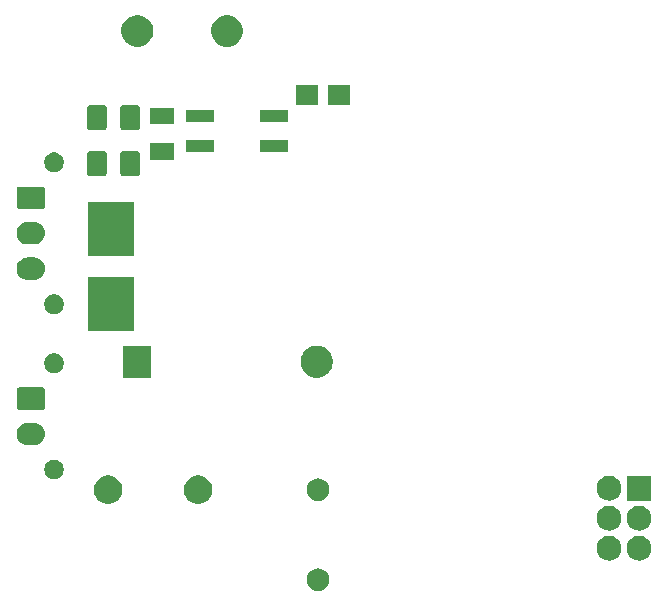
<source format=gbr>
G04 #@! TF.GenerationSoftware,KiCad,Pcbnew,(5.1.6)-1*
G04 #@! TF.CreationDate,2020-07-29T11:18:25+02:00*
G04 #@! TF.ProjectId,loftrelayRound,6c6f6674-7265-46c6-9179-526f756e642e,rev?*
G04 #@! TF.SameCoordinates,Original*
G04 #@! TF.FileFunction,Soldermask,Bot*
G04 #@! TF.FilePolarity,Negative*
%FSLAX46Y46*%
G04 Gerber Fmt 4.6, Leading zero omitted, Abs format (unit mm)*
G04 Created by KiCad (PCBNEW (5.1.6)-1) date 2020-07-29 11:18:25*
%MOMM*%
%LPD*%
G01*
G04 APERTURE LIST*
%ADD10C,0.100000*%
G04 APERTURE END LIST*
D10*
G36*
X147507287Y-139393446D02*
G01*
X147600022Y-139411892D01*
X147774731Y-139484259D01*
X147931964Y-139589319D01*
X148065681Y-139723036D01*
X148170741Y-139880269D01*
X148243108Y-140054978D01*
X148280000Y-140240448D01*
X148280000Y-140429552D01*
X148243108Y-140615022D01*
X148170741Y-140789731D01*
X148065681Y-140946964D01*
X147931964Y-141080681D01*
X147774731Y-141185741D01*
X147600022Y-141258108D01*
X147507287Y-141276554D01*
X147414553Y-141295000D01*
X147225447Y-141295000D01*
X147132713Y-141276554D01*
X147039978Y-141258108D01*
X146865269Y-141185741D01*
X146708036Y-141080681D01*
X146574319Y-140946964D01*
X146469259Y-140789731D01*
X146396892Y-140615022D01*
X146360000Y-140429552D01*
X146360000Y-140240448D01*
X146396892Y-140054978D01*
X146469259Y-139880269D01*
X146574319Y-139723036D01*
X146708036Y-139589319D01*
X146865269Y-139484259D01*
X147039978Y-139411892D01*
X147132713Y-139393446D01*
X147225447Y-139375000D01*
X147414553Y-139375000D01*
X147507287Y-139393446D01*
G37*
G36*
X174626687Y-136623027D02*
G01*
X174804274Y-136658350D01*
X174995362Y-136737502D01*
X175167336Y-136852411D01*
X175313589Y-136998664D01*
X175428498Y-137170638D01*
X175507650Y-137361726D01*
X175548000Y-137564584D01*
X175548000Y-137771416D01*
X175507650Y-137974274D01*
X175428498Y-138165362D01*
X175313589Y-138337336D01*
X175167336Y-138483589D01*
X174995362Y-138598498D01*
X174804274Y-138677650D01*
X174626687Y-138712973D01*
X174601417Y-138718000D01*
X174394583Y-138718000D01*
X174369313Y-138712973D01*
X174191726Y-138677650D01*
X174000638Y-138598498D01*
X173828664Y-138483589D01*
X173682411Y-138337336D01*
X173567502Y-138165362D01*
X173488350Y-137974274D01*
X173448000Y-137771416D01*
X173448000Y-137564584D01*
X173488350Y-137361726D01*
X173567502Y-137170638D01*
X173682411Y-136998664D01*
X173828664Y-136852411D01*
X174000638Y-136737502D01*
X174191726Y-136658350D01*
X174369313Y-136623027D01*
X174394583Y-136618000D01*
X174601417Y-136618000D01*
X174626687Y-136623027D01*
G37*
G36*
X172086687Y-136623027D02*
G01*
X172264274Y-136658350D01*
X172455362Y-136737502D01*
X172627336Y-136852411D01*
X172773589Y-136998664D01*
X172888498Y-137170638D01*
X172967650Y-137361726D01*
X173008000Y-137564584D01*
X173008000Y-137771416D01*
X172967650Y-137974274D01*
X172888498Y-138165362D01*
X172773589Y-138337336D01*
X172627336Y-138483589D01*
X172455362Y-138598498D01*
X172264274Y-138677650D01*
X172086687Y-138712973D01*
X172061417Y-138718000D01*
X171854583Y-138718000D01*
X171829313Y-138712973D01*
X171651726Y-138677650D01*
X171460638Y-138598498D01*
X171288664Y-138483589D01*
X171142411Y-138337336D01*
X171027502Y-138165362D01*
X170948350Y-137974274D01*
X170908000Y-137771416D01*
X170908000Y-137564584D01*
X170948350Y-137361726D01*
X171027502Y-137170638D01*
X171142411Y-136998664D01*
X171288664Y-136852411D01*
X171460638Y-136737502D01*
X171651726Y-136658350D01*
X171829313Y-136623027D01*
X171854583Y-136618000D01*
X172061417Y-136618000D01*
X172086687Y-136623027D01*
G37*
G36*
X172086687Y-134083027D02*
G01*
X172264274Y-134118350D01*
X172455362Y-134197502D01*
X172627336Y-134312411D01*
X172773589Y-134458664D01*
X172888498Y-134630638D01*
X172967650Y-134821726D01*
X173008000Y-135024584D01*
X173008000Y-135231416D01*
X172967650Y-135434274D01*
X172888498Y-135625362D01*
X172773589Y-135797336D01*
X172627336Y-135943589D01*
X172455362Y-136058498D01*
X172264274Y-136137650D01*
X172086687Y-136172973D01*
X172061417Y-136178000D01*
X171854583Y-136178000D01*
X171829313Y-136172973D01*
X171651726Y-136137650D01*
X171460638Y-136058498D01*
X171288664Y-135943589D01*
X171142411Y-135797336D01*
X171027502Y-135625362D01*
X170948350Y-135434274D01*
X170908000Y-135231416D01*
X170908000Y-135024584D01*
X170948350Y-134821726D01*
X171027502Y-134630638D01*
X171142411Y-134458664D01*
X171288664Y-134312411D01*
X171460638Y-134197502D01*
X171651726Y-134118350D01*
X171829313Y-134083027D01*
X171854583Y-134078000D01*
X172061417Y-134078000D01*
X172086687Y-134083027D01*
G37*
G36*
X174626687Y-134083027D02*
G01*
X174804274Y-134118350D01*
X174995362Y-134197502D01*
X175167336Y-134312411D01*
X175313589Y-134458664D01*
X175428498Y-134630638D01*
X175507650Y-134821726D01*
X175548000Y-135024584D01*
X175548000Y-135231416D01*
X175507650Y-135434274D01*
X175428498Y-135625362D01*
X175313589Y-135797336D01*
X175167336Y-135943589D01*
X174995362Y-136058498D01*
X174804274Y-136137650D01*
X174626687Y-136172973D01*
X174601417Y-136178000D01*
X174394583Y-136178000D01*
X174369313Y-136172973D01*
X174191726Y-136137650D01*
X174000638Y-136058498D01*
X173828664Y-135943589D01*
X173682411Y-135797336D01*
X173567502Y-135625362D01*
X173488350Y-135434274D01*
X173448000Y-135231416D01*
X173448000Y-135024584D01*
X173488350Y-134821726D01*
X173567502Y-134630638D01*
X173682411Y-134458664D01*
X173828664Y-134312411D01*
X174000638Y-134197502D01*
X174191726Y-134118350D01*
X174369313Y-134083027D01*
X174394583Y-134078000D01*
X174601417Y-134078000D01*
X174626687Y-134083027D01*
G37*
G36*
X137510026Y-131561115D02*
G01*
X137721202Y-131648587D01*
X137728413Y-131651574D01*
X137860704Y-131739968D01*
X137924955Y-131782899D01*
X138092101Y-131950045D01*
X138223427Y-132146589D01*
X138313885Y-132364974D01*
X138360000Y-132596809D01*
X138360000Y-132833191D01*
X138313885Y-133065026D01*
X138223427Y-133283411D01*
X138223426Y-133283413D01*
X138092101Y-133479955D01*
X137924955Y-133647101D01*
X137728413Y-133778426D01*
X137728412Y-133778427D01*
X137728411Y-133778427D01*
X137510026Y-133868885D01*
X137278191Y-133915000D01*
X137041809Y-133915000D01*
X136809974Y-133868885D01*
X136591589Y-133778427D01*
X136591588Y-133778427D01*
X136591587Y-133778426D01*
X136395045Y-133647101D01*
X136227899Y-133479955D01*
X136096574Y-133283413D01*
X136096573Y-133283411D01*
X136006115Y-133065026D01*
X135960000Y-132833191D01*
X135960000Y-132596809D01*
X136006115Y-132364974D01*
X136096573Y-132146589D01*
X136227899Y-131950045D01*
X136395045Y-131782899D01*
X136459296Y-131739968D01*
X136591587Y-131651574D01*
X136598798Y-131648587D01*
X136809974Y-131561115D01*
X137041809Y-131515000D01*
X137278191Y-131515000D01*
X137510026Y-131561115D01*
G37*
G36*
X129890026Y-131561115D02*
G01*
X130101202Y-131648587D01*
X130108413Y-131651574D01*
X130240704Y-131739968D01*
X130304955Y-131782899D01*
X130472101Y-131950045D01*
X130603427Y-132146589D01*
X130693885Y-132364974D01*
X130740000Y-132596809D01*
X130740000Y-132833191D01*
X130693885Y-133065026D01*
X130603427Y-133283411D01*
X130603426Y-133283413D01*
X130472101Y-133479955D01*
X130304955Y-133647101D01*
X130108413Y-133778426D01*
X130108412Y-133778427D01*
X130108411Y-133778427D01*
X129890026Y-133868885D01*
X129658191Y-133915000D01*
X129421809Y-133915000D01*
X129189974Y-133868885D01*
X128971589Y-133778427D01*
X128971588Y-133778427D01*
X128971587Y-133778426D01*
X128775045Y-133647101D01*
X128607899Y-133479955D01*
X128476574Y-133283413D01*
X128476573Y-133283411D01*
X128386115Y-133065026D01*
X128340000Y-132833191D01*
X128340000Y-132596809D01*
X128386115Y-132364974D01*
X128476573Y-132146589D01*
X128607899Y-131950045D01*
X128775045Y-131782899D01*
X128839296Y-131739968D01*
X128971587Y-131651574D01*
X128978798Y-131648587D01*
X129189974Y-131561115D01*
X129421809Y-131515000D01*
X129658191Y-131515000D01*
X129890026Y-131561115D01*
G37*
G36*
X147502084Y-131772411D02*
G01*
X147600022Y-131791892D01*
X147774731Y-131864259D01*
X147931964Y-131969319D01*
X148065681Y-132103036D01*
X148170741Y-132260269D01*
X148243108Y-132434978D01*
X148280000Y-132620448D01*
X148280000Y-132809552D01*
X148243108Y-132995022D01*
X148170741Y-133169731D01*
X148065681Y-133326964D01*
X147931964Y-133460681D01*
X147774731Y-133565741D01*
X147600022Y-133638108D01*
X147507287Y-133656554D01*
X147414553Y-133675000D01*
X147225447Y-133675000D01*
X147132713Y-133656554D01*
X147039978Y-133638108D01*
X146865269Y-133565741D01*
X146708036Y-133460681D01*
X146574319Y-133326964D01*
X146469259Y-133169731D01*
X146396892Y-132995022D01*
X146360000Y-132809552D01*
X146360000Y-132620448D01*
X146396892Y-132434978D01*
X146469259Y-132260269D01*
X146574319Y-132103036D01*
X146708036Y-131969319D01*
X146865269Y-131864259D01*
X147039978Y-131791892D01*
X147137916Y-131772411D01*
X147225447Y-131755000D01*
X147414553Y-131755000D01*
X147502084Y-131772411D01*
G37*
G36*
X172086687Y-131543027D02*
G01*
X172264274Y-131578350D01*
X172455362Y-131657502D01*
X172627336Y-131772411D01*
X172773589Y-131918664D01*
X172888498Y-132090638D01*
X172967650Y-132281726D01*
X173008000Y-132484584D01*
X173008000Y-132691416D01*
X172967650Y-132894274D01*
X172888498Y-133085362D01*
X172773589Y-133257336D01*
X172627336Y-133403589D01*
X172455362Y-133518498D01*
X172264274Y-133597650D01*
X172086687Y-133632973D01*
X172061417Y-133638000D01*
X171854583Y-133638000D01*
X171829313Y-133632973D01*
X171651726Y-133597650D01*
X171460638Y-133518498D01*
X171288664Y-133403589D01*
X171142411Y-133257336D01*
X171027502Y-133085362D01*
X170948350Y-132894274D01*
X170908000Y-132691416D01*
X170908000Y-132484584D01*
X170948350Y-132281726D01*
X171027502Y-132090638D01*
X171142411Y-131918664D01*
X171288664Y-131772411D01*
X171460638Y-131657502D01*
X171651726Y-131578350D01*
X171829313Y-131543027D01*
X171854583Y-131538000D01*
X172061417Y-131538000D01*
X172086687Y-131543027D01*
G37*
G36*
X175548000Y-133638000D02*
G01*
X173448000Y-133638000D01*
X173448000Y-131538000D01*
X175548000Y-131538000D01*
X175548000Y-133638000D01*
G37*
G36*
X125203559Y-130197088D02*
G01*
X125355519Y-130260032D01*
X125355521Y-130260033D01*
X125492281Y-130351413D01*
X125608587Y-130467719D01*
X125699968Y-130604481D01*
X125762912Y-130756441D01*
X125795000Y-130917758D01*
X125795000Y-131082242D01*
X125762912Y-131243559D01*
X125699968Y-131395519D01*
X125699967Y-131395521D01*
X125608587Y-131532281D01*
X125492281Y-131648587D01*
X125355521Y-131739967D01*
X125355520Y-131739968D01*
X125355519Y-131739968D01*
X125203559Y-131802912D01*
X125042242Y-131835000D01*
X124877758Y-131835000D01*
X124716441Y-131802912D01*
X124564481Y-131739968D01*
X124564480Y-131739968D01*
X124564479Y-131739967D01*
X124427719Y-131648587D01*
X124311413Y-131532281D01*
X124220033Y-131395521D01*
X124220032Y-131395519D01*
X124157088Y-131243559D01*
X124125000Y-131082242D01*
X124125000Y-130917758D01*
X124157088Y-130756441D01*
X124220032Y-130604481D01*
X124311413Y-130467719D01*
X124427719Y-130351413D01*
X124564479Y-130260033D01*
X124564481Y-130260032D01*
X124716441Y-130197088D01*
X124877758Y-130165000D01*
X125042242Y-130165000D01*
X125203559Y-130197088D01*
G37*
G36*
X123376448Y-127056873D02*
G01*
X123446232Y-127063746D01*
X123535770Y-127090907D01*
X123625309Y-127118068D01*
X123713523Y-127165220D01*
X123790345Y-127206282D01*
X123790347Y-127206283D01*
X123790346Y-127206283D01*
X123935002Y-127324998D01*
X124053717Y-127469654D01*
X124141932Y-127634691D01*
X124196254Y-127813769D01*
X124214596Y-128000000D01*
X124196254Y-128186231D01*
X124141932Y-128365309D01*
X124053717Y-128530346D01*
X123935002Y-128675002D01*
X123803315Y-128783073D01*
X123790345Y-128793718D01*
X123713523Y-128834780D01*
X123625309Y-128881932D01*
X123535770Y-128909093D01*
X123446232Y-128936254D01*
X123376448Y-128943127D01*
X123306666Y-128950000D01*
X122693334Y-128950000D01*
X122623552Y-128943127D01*
X122553768Y-128936254D01*
X122464230Y-128909093D01*
X122374691Y-128881932D01*
X122286477Y-128834780D01*
X122209655Y-128793718D01*
X122196685Y-128783073D01*
X122064998Y-128675002D01*
X121946283Y-128530346D01*
X121858068Y-128365309D01*
X121803746Y-128186231D01*
X121785404Y-128000000D01*
X121803746Y-127813769D01*
X121858068Y-127634691D01*
X121946283Y-127469654D01*
X122064998Y-127324998D01*
X122209654Y-127206283D01*
X122209653Y-127206283D01*
X122209655Y-127206282D01*
X122286477Y-127165220D01*
X122374691Y-127118068D01*
X122464230Y-127090907D01*
X122553768Y-127063746D01*
X122623552Y-127056873D01*
X122693334Y-127050000D01*
X123306666Y-127050000D01*
X123376448Y-127056873D01*
G37*
G36*
X124022067Y-124055076D02*
G01*
X124065728Y-124068320D01*
X124105964Y-124089827D01*
X124141231Y-124118769D01*
X124170173Y-124154036D01*
X124191680Y-124194272D01*
X124204924Y-124237933D01*
X124210000Y-124289474D01*
X124210000Y-125710526D01*
X124204924Y-125762067D01*
X124191680Y-125805728D01*
X124170173Y-125845964D01*
X124141231Y-125881231D01*
X124105964Y-125910173D01*
X124065728Y-125931680D01*
X124022067Y-125944924D01*
X123970526Y-125950000D01*
X122029474Y-125950000D01*
X121977933Y-125944924D01*
X121934272Y-125931680D01*
X121894036Y-125910173D01*
X121858769Y-125881231D01*
X121829827Y-125845964D01*
X121808320Y-125805728D01*
X121795076Y-125762067D01*
X121790000Y-125710526D01*
X121790000Y-124289474D01*
X121795076Y-124237933D01*
X121808320Y-124194272D01*
X121829827Y-124154036D01*
X121858769Y-124118769D01*
X121894036Y-124089827D01*
X121934272Y-124068320D01*
X121977933Y-124055076D01*
X122029474Y-124050000D01*
X123970526Y-124050000D01*
X124022067Y-124055076D01*
G37*
G36*
X133210001Y-123224999D02*
G01*
X130810001Y-123224999D01*
X130810001Y-120524999D01*
X133210001Y-120524999D01*
X133210001Y-123224999D01*
G37*
G36*
X147603780Y-120576878D02*
G01*
X147849464Y-120678644D01*
X147849466Y-120678645D01*
X147960770Y-120753016D01*
X148070575Y-120826385D01*
X148258615Y-121014425D01*
X148406356Y-121235536D01*
X148508122Y-121481220D01*
X148560001Y-121742034D01*
X148560001Y-122007964D01*
X148508122Y-122268778D01*
X148455624Y-122395519D01*
X148406355Y-122514464D01*
X148258614Y-122735574D01*
X148070576Y-122923612D01*
X147849466Y-123071353D01*
X147849465Y-123071354D01*
X147849464Y-123071354D01*
X147603780Y-123173120D01*
X147342966Y-123224999D01*
X147077036Y-123224999D01*
X146816222Y-123173120D01*
X146570538Y-123071354D01*
X146570537Y-123071354D01*
X146570536Y-123071353D01*
X146349426Y-122923612D01*
X146161388Y-122735574D01*
X146013647Y-122514464D01*
X145964378Y-122395519D01*
X145911880Y-122268778D01*
X145860001Y-122007964D01*
X145860001Y-121742034D01*
X145911880Y-121481220D01*
X146013646Y-121235536D01*
X146161387Y-121014425D01*
X146349427Y-120826385D01*
X146459232Y-120753016D01*
X146570536Y-120678645D01*
X146570538Y-120678644D01*
X146816222Y-120576878D01*
X147077036Y-120524999D01*
X147342966Y-120524999D01*
X147603780Y-120576878D01*
G37*
G36*
X125203559Y-121197088D02*
G01*
X125355519Y-121260032D01*
X125355521Y-121260033D01*
X125492281Y-121351413D01*
X125608587Y-121467719D01*
X125699968Y-121604481D01*
X125762912Y-121756441D01*
X125795000Y-121917758D01*
X125795000Y-122082242D01*
X125762912Y-122243559D01*
X125699968Y-122395519D01*
X125699967Y-122395521D01*
X125608587Y-122532281D01*
X125492281Y-122648587D01*
X125355521Y-122739967D01*
X125355520Y-122739968D01*
X125355519Y-122739968D01*
X125203559Y-122802912D01*
X125042242Y-122835000D01*
X124877758Y-122835000D01*
X124716441Y-122802912D01*
X124564481Y-122739968D01*
X124564480Y-122739968D01*
X124564479Y-122739967D01*
X124427719Y-122648587D01*
X124311413Y-122532281D01*
X124220033Y-122395521D01*
X124220032Y-122395519D01*
X124157088Y-122243559D01*
X124125000Y-122082242D01*
X124125000Y-121917758D01*
X124157088Y-121756441D01*
X124220032Y-121604481D01*
X124311413Y-121467719D01*
X124427719Y-121351413D01*
X124564479Y-121260033D01*
X124564481Y-121260032D01*
X124716441Y-121197088D01*
X124877758Y-121165000D01*
X125042242Y-121165000D01*
X125203559Y-121197088D01*
G37*
G36*
X131772000Y-119262500D02*
G01*
X127816000Y-119262500D01*
X127816000Y-114671500D01*
X131772000Y-114671500D01*
X131772000Y-119262500D01*
G37*
G36*
X125203559Y-116197088D02*
G01*
X125355519Y-116260032D01*
X125355521Y-116260033D01*
X125492281Y-116351413D01*
X125608587Y-116467719D01*
X125699968Y-116604481D01*
X125762912Y-116756441D01*
X125795000Y-116917758D01*
X125795000Y-117082242D01*
X125762912Y-117243559D01*
X125699968Y-117395519D01*
X125699967Y-117395521D01*
X125608587Y-117532281D01*
X125492281Y-117648587D01*
X125355521Y-117739967D01*
X125355520Y-117739968D01*
X125355519Y-117739968D01*
X125203559Y-117802912D01*
X125042242Y-117835000D01*
X124877758Y-117835000D01*
X124716441Y-117802912D01*
X124564481Y-117739968D01*
X124564480Y-117739968D01*
X124564479Y-117739967D01*
X124427719Y-117648587D01*
X124311413Y-117532281D01*
X124220033Y-117395521D01*
X124220032Y-117395519D01*
X124157088Y-117243559D01*
X124125000Y-117082242D01*
X124125000Y-116917758D01*
X124157088Y-116756441D01*
X124220032Y-116604481D01*
X124311413Y-116467719D01*
X124427719Y-116351413D01*
X124564479Y-116260033D01*
X124564481Y-116260032D01*
X124716441Y-116197088D01*
X124877758Y-116165000D01*
X125042242Y-116165000D01*
X125203559Y-116197088D01*
G37*
G36*
X123446232Y-113063746D02*
G01*
X123535770Y-113090907D01*
X123625309Y-113118068D01*
X123713523Y-113165220D01*
X123790345Y-113206282D01*
X123790347Y-113206283D01*
X123790346Y-113206283D01*
X123935002Y-113324998D01*
X124053717Y-113469654D01*
X124141932Y-113634691D01*
X124196254Y-113813769D01*
X124214596Y-114000000D01*
X124196254Y-114186231D01*
X124141932Y-114365309D01*
X124053717Y-114530346D01*
X123935002Y-114675002D01*
X123803315Y-114783073D01*
X123790345Y-114793718D01*
X123713523Y-114834780D01*
X123625309Y-114881932D01*
X123535770Y-114909093D01*
X123446232Y-114936254D01*
X123376448Y-114943127D01*
X123306666Y-114950000D01*
X122693334Y-114950000D01*
X122623552Y-114943127D01*
X122553768Y-114936254D01*
X122464230Y-114909093D01*
X122374691Y-114881932D01*
X122286477Y-114834780D01*
X122209655Y-114793718D01*
X122196685Y-114783073D01*
X122064998Y-114675002D01*
X121946283Y-114530346D01*
X121858068Y-114365309D01*
X121803746Y-114186231D01*
X121785404Y-114000000D01*
X121803746Y-113813769D01*
X121858068Y-113634691D01*
X121946283Y-113469654D01*
X122064998Y-113324998D01*
X122209654Y-113206283D01*
X122209653Y-113206283D01*
X122209655Y-113206282D01*
X122286477Y-113165220D01*
X122374691Y-113118068D01*
X122464230Y-113090907D01*
X122553768Y-113063746D01*
X122693334Y-113050000D01*
X123306666Y-113050000D01*
X123446232Y-113063746D01*
G37*
G36*
X131772000Y-112912500D02*
G01*
X127816000Y-112912500D01*
X127816000Y-108321500D01*
X131772000Y-108321500D01*
X131772000Y-112912500D01*
G37*
G36*
X123446232Y-110063746D02*
G01*
X123535770Y-110090907D01*
X123625309Y-110118068D01*
X123713523Y-110165220D01*
X123790345Y-110206282D01*
X123790347Y-110206283D01*
X123790346Y-110206283D01*
X123935002Y-110324998D01*
X124053717Y-110469654D01*
X124141932Y-110634691D01*
X124196254Y-110813769D01*
X124214596Y-111000000D01*
X124196254Y-111186231D01*
X124141932Y-111365309D01*
X124053717Y-111530346D01*
X123935002Y-111675002D01*
X123803315Y-111783073D01*
X123790345Y-111793718D01*
X123713523Y-111834780D01*
X123625309Y-111881932D01*
X123535770Y-111909093D01*
X123446232Y-111936254D01*
X123376448Y-111943127D01*
X123306666Y-111950000D01*
X122693334Y-111950000D01*
X122623552Y-111943127D01*
X122553768Y-111936254D01*
X122464230Y-111909093D01*
X122374691Y-111881932D01*
X122286477Y-111834780D01*
X122209655Y-111793718D01*
X122196685Y-111783073D01*
X122064998Y-111675002D01*
X121946283Y-111530346D01*
X121858068Y-111365309D01*
X121803746Y-111186231D01*
X121785404Y-111000000D01*
X121803746Y-110813769D01*
X121858068Y-110634691D01*
X121946283Y-110469654D01*
X122064998Y-110324998D01*
X122209654Y-110206283D01*
X122209653Y-110206283D01*
X122209655Y-110206282D01*
X122286477Y-110165220D01*
X122374691Y-110118068D01*
X122464230Y-110090907D01*
X122553768Y-110063746D01*
X122693334Y-110050000D01*
X123306666Y-110050000D01*
X123446232Y-110063746D01*
G37*
G36*
X124022067Y-107055076D02*
G01*
X124065728Y-107068320D01*
X124105964Y-107089827D01*
X124141231Y-107118769D01*
X124170173Y-107154036D01*
X124191680Y-107194272D01*
X124204924Y-107237933D01*
X124210000Y-107289474D01*
X124210000Y-108710526D01*
X124204924Y-108762067D01*
X124191680Y-108805728D01*
X124170173Y-108845964D01*
X124141231Y-108881231D01*
X124105964Y-108910173D01*
X124065728Y-108931680D01*
X124022067Y-108944924D01*
X123970526Y-108950000D01*
X122029474Y-108950000D01*
X121977933Y-108944924D01*
X121934272Y-108931680D01*
X121894036Y-108910173D01*
X121858769Y-108881231D01*
X121829827Y-108845964D01*
X121808320Y-108805728D01*
X121795076Y-108762067D01*
X121790000Y-108710526D01*
X121790000Y-107289474D01*
X121795076Y-107237933D01*
X121808320Y-107194272D01*
X121829827Y-107154036D01*
X121858769Y-107118769D01*
X121894036Y-107089827D01*
X121934272Y-107068320D01*
X121977933Y-107055076D01*
X122029474Y-107050000D01*
X123970526Y-107050000D01*
X124022067Y-107055076D01*
G37*
G36*
X129219628Y-104030493D02*
G01*
X129267354Y-104044971D01*
X129311332Y-104068477D01*
X129349884Y-104100116D01*
X129381523Y-104138668D01*
X129405029Y-104182646D01*
X129419507Y-104230372D01*
X129425000Y-104286141D01*
X129425000Y-105913859D01*
X129419507Y-105969628D01*
X129405029Y-106017354D01*
X129381523Y-106061332D01*
X129349884Y-106099884D01*
X129311332Y-106131523D01*
X129267354Y-106155029D01*
X129219628Y-106169507D01*
X129163859Y-106175000D01*
X128036141Y-106175000D01*
X127980372Y-106169507D01*
X127932646Y-106155029D01*
X127888668Y-106131523D01*
X127850116Y-106099884D01*
X127818477Y-106061332D01*
X127794971Y-106017354D01*
X127780493Y-105969628D01*
X127775000Y-105913859D01*
X127775000Y-104286141D01*
X127780493Y-104230372D01*
X127794971Y-104182646D01*
X127818477Y-104138668D01*
X127850116Y-104100116D01*
X127888668Y-104068477D01*
X127932646Y-104044971D01*
X127980372Y-104030493D01*
X128036141Y-104025000D01*
X129163859Y-104025000D01*
X129219628Y-104030493D01*
G37*
G36*
X132019628Y-104030493D02*
G01*
X132067354Y-104044971D01*
X132111332Y-104068477D01*
X132149884Y-104100116D01*
X132181523Y-104138668D01*
X132205029Y-104182646D01*
X132219507Y-104230372D01*
X132225000Y-104286141D01*
X132225000Y-105913859D01*
X132219507Y-105969628D01*
X132205029Y-106017354D01*
X132181523Y-106061332D01*
X132149884Y-106099884D01*
X132111332Y-106131523D01*
X132067354Y-106155029D01*
X132019628Y-106169507D01*
X131963859Y-106175000D01*
X130836141Y-106175000D01*
X130780372Y-106169507D01*
X130732646Y-106155029D01*
X130688668Y-106131523D01*
X130650116Y-106099884D01*
X130618477Y-106061332D01*
X130594971Y-106017354D01*
X130580493Y-105969628D01*
X130575000Y-105913859D01*
X130575000Y-104286141D01*
X130580493Y-104230372D01*
X130594971Y-104182646D01*
X130618477Y-104138668D01*
X130650116Y-104100116D01*
X130688668Y-104068477D01*
X130732646Y-104044971D01*
X130780372Y-104030493D01*
X130836141Y-104025000D01*
X131963859Y-104025000D01*
X132019628Y-104030493D01*
G37*
G36*
X125203559Y-104197088D02*
G01*
X125355519Y-104260032D01*
X125355521Y-104260033D01*
X125492281Y-104351413D01*
X125608587Y-104467719D01*
X125699968Y-104604481D01*
X125762912Y-104756441D01*
X125795000Y-104917758D01*
X125795000Y-105082242D01*
X125762912Y-105243559D01*
X125699968Y-105395519D01*
X125699967Y-105395521D01*
X125608587Y-105532281D01*
X125492281Y-105648587D01*
X125355521Y-105739967D01*
X125355520Y-105739968D01*
X125355519Y-105739968D01*
X125203559Y-105802912D01*
X125042242Y-105835000D01*
X124877758Y-105835000D01*
X124716441Y-105802912D01*
X124564481Y-105739968D01*
X124564480Y-105739968D01*
X124564479Y-105739967D01*
X124427719Y-105648587D01*
X124311413Y-105532281D01*
X124220033Y-105395521D01*
X124220032Y-105395519D01*
X124157088Y-105243559D01*
X124125000Y-105082242D01*
X124125000Y-104917758D01*
X124157088Y-104756441D01*
X124220032Y-104604481D01*
X124311413Y-104467719D01*
X124427719Y-104351413D01*
X124564479Y-104260033D01*
X124564481Y-104260032D01*
X124716441Y-104197088D01*
X124877758Y-104165000D01*
X125042242Y-104165000D01*
X125203559Y-104197088D01*
G37*
G36*
X135112000Y-104792000D02*
G01*
X133112000Y-104792000D01*
X133112000Y-103392000D01*
X135112000Y-103392000D01*
X135112000Y-104792000D01*
G37*
G36*
X144812000Y-104152000D02*
G01*
X142412000Y-104152000D01*
X142412000Y-103112000D01*
X144812000Y-103112000D01*
X144812000Y-104152000D01*
G37*
G36*
X138512000Y-104152000D02*
G01*
X136112000Y-104152000D01*
X136112000Y-103112000D01*
X138512000Y-103112000D01*
X138512000Y-104152000D01*
G37*
G36*
X132019628Y-100130493D02*
G01*
X132067354Y-100144971D01*
X132111332Y-100168477D01*
X132149884Y-100200116D01*
X132181523Y-100238668D01*
X132205029Y-100282646D01*
X132219507Y-100330372D01*
X132225000Y-100386141D01*
X132225000Y-102013859D01*
X132219507Y-102069628D01*
X132205029Y-102117354D01*
X132181523Y-102161332D01*
X132149884Y-102199884D01*
X132111332Y-102231523D01*
X132067354Y-102255029D01*
X132019628Y-102269507D01*
X131963859Y-102275000D01*
X130836141Y-102275000D01*
X130780372Y-102269507D01*
X130732646Y-102255029D01*
X130688668Y-102231523D01*
X130650116Y-102199884D01*
X130618477Y-102161332D01*
X130594971Y-102117354D01*
X130580493Y-102069628D01*
X130575000Y-102013859D01*
X130575000Y-100386141D01*
X130580493Y-100330372D01*
X130594971Y-100282646D01*
X130618477Y-100238668D01*
X130650116Y-100200116D01*
X130688668Y-100168477D01*
X130732646Y-100144971D01*
X130780372Y-100130493D01*
X130836141Y-100125000D01*
X131963859Y-100125000D01*
X132019628Y-100130493D01*
G37*
G36*
X129219628Y-100130493D02*
G01*
X129267354Y-100144971D01*
X129311332Y-100168477D01*
X129349884Y-100200116D01*
X129381523Y-100238668D01*
X129405029Y-100282646D01*
X129419507Y-100330372D01*
X129425000Y-100386141D01*
X129425000Y-102013859D01*
X129419507Y-102069628D01*
X129405029Y-102117354D01*
X129381523Y-102161332D01*
X129349884Y-102199884D01*
X129311332Y-102231523D01*
X129267354Y-102255029D01*
X129219628Y-102269507D01*
X129163859Y-102275000D01*
X128036141Y-102275000D01*
X127980372Y-102269507D01*
X127932646Y-102255029D01*
X127888668Y-102231523D01*
X127850116Y-102199884D01*
X127818477Y-102161332D01*
X127794971Y-102117354D01*
X127780493Y-102069628D01*
X127775000Y-102013859D01*
X127775000Y-100386141D01*
X127780493Y-100330372D01*
X127794971Y-100282646D01*
X127818477Y-100238668D01*
X127850116Y-100200116D01*
X127888668Y-100168477D01*
X127932646Y-100144971D01*
X127980372Y-100130493D01*
X128036141Y-100125000D01*
X129163859Y-100125000D01*
X129219628Y-100130493D01*
G37*
G36*
X135112000Y-101792000D02*
G01*
X133112000Y-101792000D01*
X133112000Y-100392000D01*
X135112000Y-100392000D01*
X135112000Y-101792000D01*
G37*
G36*
X138512000Y-101612000D02*
G01*
X136112000Y-101612000D01*
X136112000Y-100572000D01*
X138512000Y-100572000D01*
X138512000Y-101612000D01*
G37*
G36*
X144812000Y-101612000D02*
G01*
X142412000Y-101612000D01*
X142412000Y-100572000D01*
X144812000Y-100572000D01*
X144812000Y-101612000D01*
G37*
G36*
X150048000Y-100164000D02*
G01*
X148148000Y-100164000D01*
X148148000Y-98464000D01*
X150048000Y-98464000D01*
X150048000Y-100164000D01*
G37*
G36*
X147348000Y-100164000D02*
G01*
X145448000Y-100164000D01*
X145448000Y-98464000D01*
X147348000Y-98464000D01*
X147348000Y-100164000D01*
G37*
G36*
X132403780Y-92576878D02*
G01*
X132649464Y-92678644D01*
X132649466Y-92678645D01*
X132760770Y-92753016D01*
X132870575Y-92826385D01*
X133058615Y-93014425D01*
X133206356Y-93235536D01*
X133308122Y-93481220D01*
X133360001Y-93742034D01*
X133360001Y-94007964D01*
X133308122Y-94268778D01*
X133206356Y-94514462D01*
X133206355Y-94514464D01*
X133058614Y-94735574D01*
X132870576Y-94923612D01*
X132649466Y-95071353D01*
X132649465Y-95071354D01*
X132649464Y-95071354D01*
X132403780Y-95173120D01*
X132142966Y-95224999D01*
X131877036Y-95224999D01*
X131616222Y-95173120D01*
X131370538Y-95071354D01*
X131370537Y-95071354D01*
X131370536Y-95071353D01*
X131149426Y-94923612D01*
X130961388Y-94735574D01*
X130813647Y-94514464D01*
X130813646Y-94514462D01*
X130711880Y-94268778D01*
X130660001Y-94007964D01*
X130660001Y-93742034D01*
X130711880Y-93481220D01*
X130813646Y-93235536D01*
X130961387Y-93014425D01*
X131149427Y-92826385D01*
X131259232Y-92753016D01*
X131370536Y-92678645D01*
X131370538Y-92678644D01*
X131616222Y-92576878D01*
X131877036Y-92524999D01*
X132142966Y-92524999D01*
X132403780Y-92576878D01*
G37*
G36*
X140003780Y-92576878D02*
G01*
X140249464Y-92678644D01*
X140249466Y-92678645D01*
X140360770Y-92753016D01*
X140470575Y-92826385D01*
X140658615Y-93014425D01*
X140806356Y-93235536D01*
X140908122Y-93481220D01*
X140960001Y-93742034D01*
X140960001Y-94007964D01*
X140908122Y-94268778D01*
X140806356Y-94514462D01*
X140806355Y-94514464D01*
X140658614Y-94735574D01*
X140470576Y-94923612D01*
X140249466Y-95071353D01*
X140249465Y-95071354D01*
X140249464Y-95071354D01*
X140003780Y-95173120D01*
X139742966Y-95224999D01*
X139477036Y-95224999D01*
X139216222Y-95173120D01*
X138970538Y-95071354D01*
X138970537Y-95071354D01*
X138970536Y-95071353D01*
X138749426Y-94923612D01*
X138561388Y-94735574D01*
X138413647Y-94514464D01*
X138413646Y-94514462D01*
X138311880Y-94268778D01*
X138260001Y-94007964D01*
X138260001Y-93742034D01*
X138311880Y-93481220D01*
X138413646Y-93235536D01*
X138561387Y-93014425D01*
X138749427Y-92826385D01*
X138859232Y-92753016D01*
X138970536Y-92678645D01*
X138970538Y-92678644D01*
X139216222Y-92576878D01*
X139477036Y-92524999D01*
X139742966Y-92524999D01*
X140003780Y-92576878D01*
G37*
M02*

</source>
